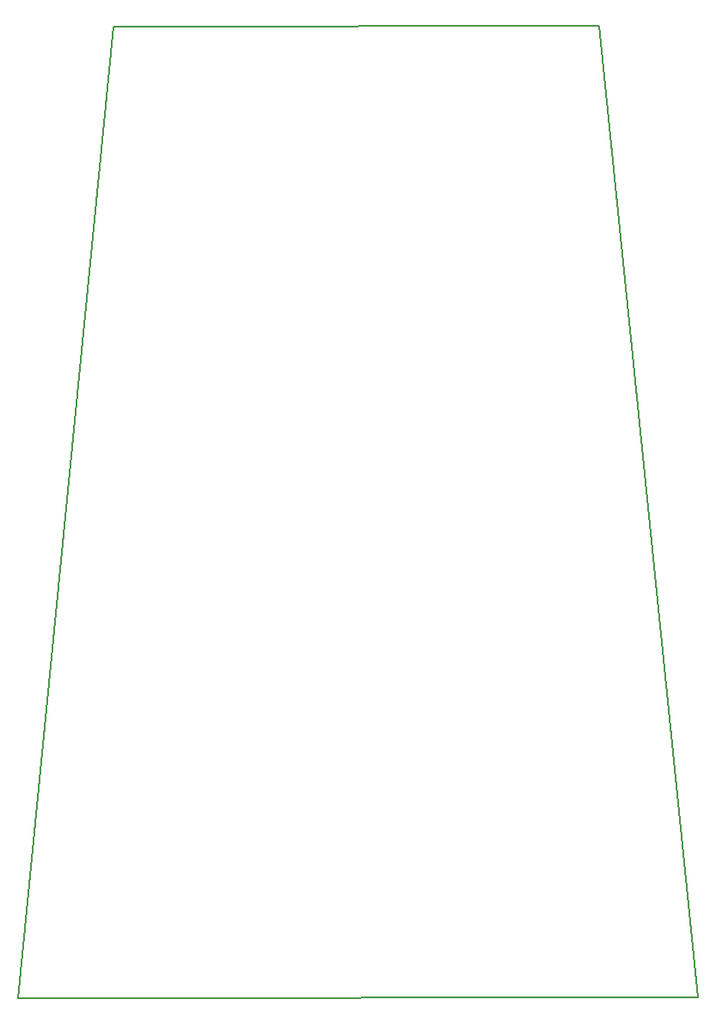
<source format=gm1>
G04 MADE WITH FRITZING*
G04 WWW.FRITZING.ORG*
G04 DOUBLE SIDED*
G04 HOLES PLATED*
G04 CONTOUR ON CENTER OF CONTOUR VECTOR*
%ASAXBY*%
%FSLAX23Y23*%
%MOIN*%
%OFA0B0*%
%SFA1.0B1.0*%
%ADD10C,0.008*%
%LNCONTOUR*%
G90*
G70*
G54D10*
X370Y3767D02*
X2254Y3772D01*
X2638Y6D01*
X0Y0D01*
X370Y3767D01*
D02*
G04 End of contour*
M02*
</source>
